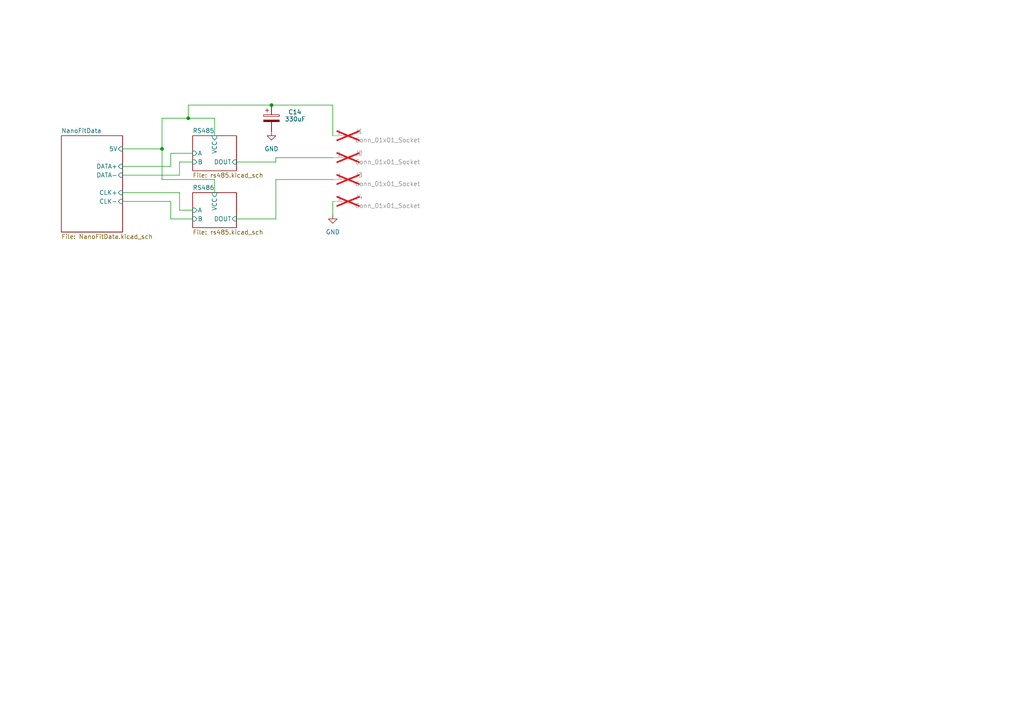
<source format=kicad_sch>
(kicad_sch (version 20250114) (generator "eeschema") (generator_version "9.0")
  (paper "A4")
  (lib_symbols
    (symbol "Connector:Conn_01x01_Socket" (pin_names (offset 1.016) (hide yes))
      (property "Reference" "J" (at 0 2.54 0))
      (property "Value" "Conn_01x01_Socket" (at 0 -2.54 0))
      (symbol "Conn_01x01_Socket_1_1"
        (polyline (pts (xy -1.27 0) (xy -0.508 0)) (stroke (width 0.1524)))
        (arc (start 0 -0.508) (mid -0.5058 0) (end 0 0.508) (stroke (width 0.1524)))
        (pin passive line (at -5.08 0 0) (length 3.81) (name "Pin_1") (number "1"))
      )
    )
    (symbol "Device:C_Polarized" (pin_numbers (hide yes)) (pin_names (offset 0.254))
      (property "Reference" "C" (at 0.635 2.54 0))
      (property "Value" "C_Polarized" (at 0.635 -2.54 0))
      (symbol "C_Polarized_0_1"
        (rectangle (start -2.286 0.508) (end 2.286 1.016))
        (polyline (pts (xy -1.778 2.286) (xy -0.762 2.286)))
        (polyline (pts (xy -1.27 2.794) (xy -1.27 1.778)))
        (rectangle (start 2.286 -0.508) (end -2.286 -1.016) (fill (type outline)))
      )
      (symbol "C_Polarized_1_1"
        (pin passive line (at 0 3.81 270) (length 2.794) (name "~") (number "1"))
        (pin passive line (at 0 -3.81 90) (length 2.794) (name "~") (number "2"))
      )
    )
    (symbol "power:GND" (power) (pin_numbers (hide yes)) (pin_names (offset 0) (hide yes))
      (property "Value" "GND" (at 0 -3.81 0))
      (symbol "GND_0_1"
        (polyline (pts (xy 0 0) (xy 0 -1.27) (xy 1.27 -1.27) (xy 0 -2.54) (xy -1.27 -1.27) (xy 0 -1.27)))
      )
      (symbol "GND_1_1"
        (pin power_in line (at 0 0 270) (length 0) (name "~") (number "1"))
      )
    )
  )
  (junction (at 78.74 30.48))
  (junction (at 54.61 34.29))
  (junction (at 46.99 43.18))
  (wire (pts (xy 35.56 55.88) (xy 52.07 55.88)))
  (wire (pts (xy 46.99 52.07) (xy 46.99 43.18)))
  (wire (pts (xy 80.01 63.5) (xy 68.58 63.5)))
  (wire (pts (xy 52.07 46.99) (xy 55.88 46.99)))
  (wire (pts (xy 78.74 30.48) (xy 54.61 30.48)))
  (wire (pts (xy 62.23 55.88) (xy 62.23 52.07)))
  (wire (pts (xy 46.99 34.29) (xy 54.61 34.29)))
  (wire (pts (xy 62.23 34.29) (xy 62.23 39.37)))
  (wire (pts (xy 54.61 30.48) (xy 54.61 34.29)))
  (wire (pts (xy 80.01 52.07) (xy 80.01 63.5)))
  (wire (pts (xy 96.52 39.37) (xy 96.52 30.48)))
  (wire (pts (xy 96.52 30.48) (xy 78.74 30.48)))
  (wire (pts (xy 49.53 44.45) (xy 55.88 44.45)))
  (wire (pts (xy 46.99 43.18) (xy 46.99 34.29)))
  (wire (pts (xy 35.56 48.26) (xy 49.53 48.26)))
  (wire (pts (xy 62.23 52.07) (xy 46.99 52.07)))
  (wire (pts (xy 52.07 50.8) (xy 52.07 46.99)))
  (wire (pts (xy 80.01 46.99) (xy 68.58 46.99)))
  (wire (pts (xy 49.53 63.5) (xy 55.88 63.5)))
  (wire (pts (xy 49.53 48.26) (xy 49.53 44.45)))
  (wire (pts (xy 54.61 34.29) (xy 62.23 34.29)))
  (wire (pts (xy 35.56 50.8) (xy 52.07 50.8)))
  (wire (pts (xy 49.53 58.42) (xy 49.53 63.5)))
  (wire (pts (xy 80.01 45.72) (xy 80.01 46.99)))
  (wire (pts (xy 96.52 45.72) (xy 80.01 45.72)))
  (wire (pts (xy 35.56 58.42) (xy 49.53 58.42)))
  (wire (pts (xy 35.56 43.18) (xy 46.99 43.18)))
  (wire (pts (xy 52.07 55.88) (xy 52.07 60.96)))
  (wire (pts (xy 96.52 58.42) (xy 96.52 62.23)))
  (wire (pts (xy 52.07 60.96) (xy 55.88 60.96)))
  (wire (pts (xy 96.52 52.07) (xy 80.01 52.07)))
  (symbol (lib_id "power:GND") (at 78.74 38.1 0) (unit 1)
    (property "Reference" "#PWR08" (effects (hide yes)))
    (property "Value" "GND" (at 78.74 43.18 0))
    (property "Description" "Power symbol creates a global label with name \"GND\" , ground" (effects (hide yes)))
  )
  (symbol (lib_id "power:GND") (at 96.52 62.23 0) (unit 1)
    (property "Reference" "#PWR05" (effects (hide yes)))
    (property "Value" "GND" (at 96.52 67.31 0))
    (property "Description" "Power symbol creates a global label with name \"GND\" , ground" (effects (hide yes)))
  )
  (symbol (lib_id "Connector:Conn_01x01_Socket") (at 101.6 58.42 0) (unit 1) (in_bom no) (dnp yes)
    (property "Reference" "J4" (at 102.87 57.1499 0) (effects (justify left)))
    (property "Value" "Conn_01x01_Socket" (at 102.87 59.6899 0) (effects (justify left)))
    (property "Footprint" "Connector_Wire:SolderWirePad_1x01_SMD_2x4mm" (effects (hide yes)))
    (property "Description" "Generic connector, single row, 01x01, script generated" (effects (hide yes)))
  )
  (symbol (lib_id "Connector:Conn_01x01_Socket") (at 101.6 39.37 0) (unit 1) (in_bom no) (dnp yes)
    (property "Reference" "J1" (at 102.87 38.0999 0) (effects (justify left)))
    (property "Value" "Conn_01x01_Socket" (at 102.87 40.6399 0) (effects (justify left)))
    (property "Footprint" "Connector_Wire:SolderWirePad_1x01_SMD_2x4mm" (effects (hide yes)))
    (property "Description" "Generic connector, single row, 01x01, script generated" (effects (hide yes)))
  )
  (symbol (lib_id "Connector:Conn_01x01_Socket") (at 101.6 52.07 0) (unit 1) (in_bom no) (dnp yes)
    (property "Reference" "J3" (at 102.87 50.7999 0) (effects (justify left)))
    (property "Value" "Conn_01x01_Socket" (at 102.87 53.3399 0) (effects (justify left)))
    (property "Footprint" "Connector_Wire:SolderWirePad_1x01_SMD_2x4mm" (effects (hide yes)))
    (property "Description" "Generic connector, single row, 01x01, script generated" (effects (hide yes)))
  )
  (symbol (lib_id "Connector:Conn_01x01_Socket") (at 101.6 45.72 0) (unit 1) (in_bom no) (dnp yes)
    (property "Reference" "J2" (at 102.87 44.4499 0) (effects (justify left)))
    (property "Value" "Conn_01x01_Socket" (at 102.87 46.9899 0) (effects (justify left)))
    (property "Footprint" "Connector_Wire:SolderWirePad_1x01_SMD_2x4mm" (effects (hide yes)))
    (property "Description" "Generic connector, single row, 01x01, script generated" (effects (hide yes)))
  )
  (symbol (lib_id "Device:C_Polarized") (at 78.74 34.29 0) (unit 1)
    (property "Reference" "C14" (at 83.566 32.512 0) (effects (justify left)))
    (property "Value" "330uF" (at 82.55 34.544 0) (effects (justify left)))
    (property "Footprint" "easyeda2kicad:CAP-SMD_L7.3-W4.3-FD" (effects (hide yes)))
    (property "Description" "Polarized capacitor" (effects (hide yes)))
    (property "LCSC Part" "C2159214" (effects (hide yes)))
  )
  (sheet (at 55.88 55.88) (size 12.7 10.16) (stroke (width 0.1524))
    (property "Sheetname" "RS486" (at 55.88 55.1684 0) (effects (justify left bottom)))
    (property "Sheetfile" "rs485.kicad_sch" (at 55.88 66.6246 0) (effects (justify left top)))
    (pin "A" input (at 55.88 60.96 180))
    (pin "B" input (at 55.88 63.5 180))
    (pin "VCC" input (at 62.23 55.88 90))
    (pin "DOUT" input (at 68.58 63.5 0))
  )
  (sheet (at 17.78 39.37) (size 17.78 27.94) (stroke (width 0.1524))
    (property "Sheetname" "NanoFitData" (at 17.78 38.6584 0) (effects (justify left bottom)))
    (property "Sheetfile" "NanoFitData.kicad_sch" (at 17.78 67.8946 0) (effects (justify left top)))
    (pin "5V" input (at 35.56 43.18 0))
    (pin "CLK+" input (at 35.56 55.88 0))
    (pin "CLK-" input (at 35.56 58.42 0))
    (pin "DATA+" input (at 35.56 48.26 0))
    (pin "DATA-" input (at 35.56 50.8 0))
  )
  (sheet (at 55.88 39.37) (size 12.7 10.16) (stroke (width 0.1524))
    (property "Sheetname" "RS485" (at 55.88 38.6584 0) (effects (justify left bottom)))
    (property "Sheetfile" "rs485.kicad_sch" (at 55.88 50.1146 0) (effects (justify left top)))
    (pin "A" input (at 55.88 44.45 180))
    (pin "B" input (at 55.88 46.99 180))
    (pin "VCC" input (at 62.23 39.37 90))
    (pin "DOUT" input (at 68.58 46.99 0))
  )
)
</source>
